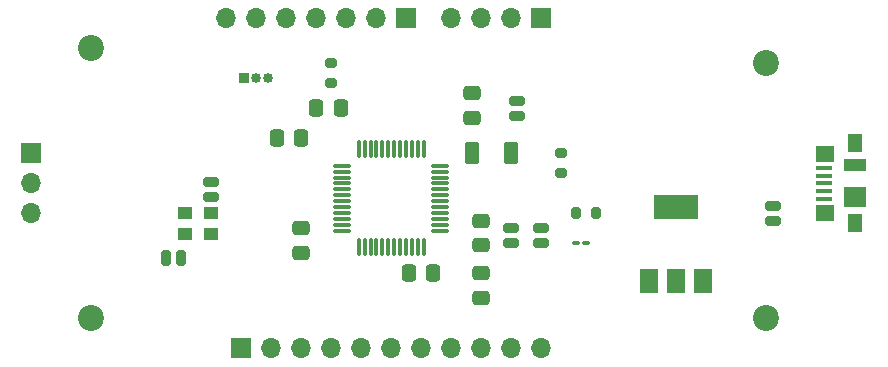
<source format=gbr>
%TF.GenerationSoftware,KiCad,Pcbnew,7.0.8*%
%TF.CreationDate,2025-03-19T21:09:53+05:30*%
%TF.ProjectId,stm32_pcb_design,73746d33-325f-4706-9362-5f6465736967,rev?*%
%TF.SameCoordinates,Original*%
%TF.FileFunction,Soldermask,Top*%
%TF.FilePolarity,Negative*%
%FSLAX46Y46*%
G04 Gerber Fmt 4.6, Leading zero omitted, Abs format (unit mm)*
G04 Created by KiCad (PCBNEW 7.0.8) date 2025-03-19 21:09:53*
%MOMM*%
%LPD*%
G01*
G04 APERTURE LIST*
G04 Aperture macros list*
%AMRoundRect*
0 Rectangle with rounded corners*
0 $1 Rounding radius*
0 $2 $3 $4 $5 $6 $7 $8 $9 X,Y pos of 4 corners*
0 Add a 4 corners polygon primitive as box body*
4,1,4,$2,$3,$4,$5,$6,$7,$8,$9,$2,$3,0*
0 Add four circle primitives for the rounded corners*
1,1,$1+$1,$2,$3*
1,1,$1+$1,$4,$5*
1,1,$1+$1,$6,$7*
1,1,$1+$1,$8,$9*
0 Add four rect primitives between the rounded corners*
20,1,$1+$1,$2,$3,$4,$5,0*
20,1,$1+$1,$4,$5,$6,$7,0*
20,1,$1+$1,$6,$7,$8,$9,0*
20,1,$1+$1,$8,$9,$2,$3,0*%
G04 Aperture macros list end*
%ADD10R,1.700000X1.700000*%
%ADD11O,1.700000X1.700000*%
%ADD12C,2.200000*%
%ADD13RoundRect,0.208750X0.431250X-0.208750X0.431250X0.208750X-0.431250X0.208750X-0.431250X-0.208750X0*%
%ADD14RoundRect,0.075000X-0.662500X-0.075000X0.662500X-0.075000X0.662500X0.075000X-0.662500X0.075000X0*%
%ADD15RoundRect,0.075000X-0.075000X-0.662500X0.075000X-0.662500X0.075000X0.662500X-0.075000X0.662500X0*%
%ADD16RoundRect,0.250000X-0.362500X-0.700000X0.362500X-0.700000X0.362500X0.700000X-0.362500X0.700000X0*%
%ADD17RoundRect,0.250000X-0.475000X0.337500X-0.475000X-0.337500X0.475000X-0.337500X0.475000X0.337500X0*%
%ADD18RoundRect,0.208750X0.208750X0.431250X-0.208750X0.431250X-0.208750X-0.431250X0.208750X-0.431250X0*%
%ADD19RoundRect,0.250000X0.337500X0.475000X-0.337500X0.475000X-0.337500X-0.475000X0.337500X-0.475000X0*%
%ADD20RoundRect,0.200000X0.200000X0.275000X-0.200000X0.275000X-0.200000X-0.275000X0.200000X-0.275000X0*%
%ADD21RoundRect,0.200000X-0.275000X0.200000X-0.275000X-0.200000X0.275000X-0.200000X0.275000X0.200000X0*%
%ADD22RoundRect,0.250000X0.475000X-0.337500X0.475000X0.337500X-0.475000X0.337500X-0.475000X-0.337500X0*%
%ADD23R,1.380000X0.450000*%
%ADD24R,1.300000X1.650000*%
%ADD25R,1.550000X1.425000*%
%ADD26R,1.900000X1.800000*%
%ADD27R,1.900000X1.000000*%
%ADD28RoundRect,0.208750X-0.431250X0.208750X-0.431250X-0.208750X0.431250X-0.208750X0.431250X0.208750X0*%
%ADD29R,1.300000X1.000000*%
%ADD30RoundRect,0.250000X-0.337500X-0.475000X0.337500X-0.475000X0.337500X0.475000X-0.337500X0.475000X0*%
%ADD31R,1.500000X2.000000*%
%ADD32R,3.800000X2.000000*%
%ADD33RoundRect,0.100000X0.217500X0.100000X-0.217500X0.100000X-0.217500X-0.100000X0.217500X-0.100000X0*%
%ADD34R,0.850000X0.850000*%
%ADD35O,0.850000X0.850000*%
G04 APERTURE END LIST*
D10*
%TO.C,PORTC*%
X111760000Y-93995000D03*
D11*
X111760000Y-96535000D03*
X111760000Y-99075000D03*
%TD*%
D10*
%TO.C,PORTA*%
X129540000Y-110490000D03*
D11*
X132080000Y-110490000D03*
X134620000Y-110490000D03*
X137160000Y-110490000D03*
X139700000Y-110490000D03*
X142240000Y-110490000D03*
X144780000Y-110490000D03*
X147320000Y-110490000D03*
X149860000Y-110490000D03*
X152400000Y-110490000D03*
X154940000Y-110490000D03*
%TD*%
D12*
%TO.C,H4*%
X116840000Y-107950000D03*
%TD*%
%TO.C,H3*%
X116840000Y-85090000D03*
%TD*%
%TO.C,H2*%
X173990000Y-107950000D03*
%TD*%
%TO.C,H1*%
X173990000Y-86360000D03*
%TD*%
D13*
%TO.C,C7*%
X152885000Y-90797500D03*
X152885000Y-89542500D03*
%TD*%
D14*
%TO.C,U1*%
X138077500Y-95040000D03*
X138077500Y-95540000D03*
X138077500Y-96040000D03*
X138077500Y-96540000D03*
X138077500Y-97040000D03*
X138077500Y-97540000D03*
X138077500Y-98040000D03*
X138077500Y-98540000D03*
X138077500Y-99040000D03*
X138077500Y-99540000D03*
X138077500Y-100040000D03*
X138077500Y-100540000D03*
D15*
X139490000Y-101952500D03*
X139990000Y-101952500D03*
X140490000Y-101952500D03*
X140990000Y-101952500D03*
X141490000Y-101952500D03*
X141990000Y-101952500D03*
X142490000Y-101952500D03*
X142990000Y-101952500D03*
X143490000Y-101952500D03*
X143990000Y-101952500D03*
X144490000Y-101952500D03*
X144990000Y-101952500D03*
D14*
X146402500Y-100540000D03*
X146402500Y-100040000D03*
X146402500Y-99540000D03*
X146402500Y-99040000D03*
X146402500Y-98540000D03*
X146402500Y-98040000D03*
X146402500Y-97540000D03*
X146402500Y-97040000D03*
X146402500Y-96540000D03*
X146402500Y-96040000D03*
X146402500Y-95540000D03*
X146402500Y-95040000D03*
D15*
X144990000Y-93627500D03*
X144490000Y-93627500D03*
X143990000Y-93627500D03*
X143490000Y-93627500D03*
X142990000Y-93627500D03*
X142490000Y-93627500D03*
X141990000Y-93627500D03*
X141490000Y-93627500D03*
X140990000Y-93627500D03*
X140490000Y-93627500D03*
X139990000Y-93627500D03*
X139490000Y-93627500D03*
%TD*%
D16*
%TO.C,FB1*%
X149075000Y-93980000D03*
X152400000Y-93980000D03*
%TD*%
D17*
%TO.C,C5*%
X149860000Y-104140000D03*
X149860000Y-106215000D03*
%TD*%
D18*
%TO.C,C10*%
X124460000Y-102870000D03*
X123205000Y-102870000D03*
%TD*%
D17*
%TO.C,C9*%
X134620000Y-100330000D03*
X134620000Y-102405000D03*
%TD*%
D19*
%TO.C,C3*%
X134620000Y-92710000D03*
X132545000Y-92710000D03*
%TD*%
D20*
%TO.C,R3*%
X159575000Y-99060000D03*
X157925000Y-99060000D03*
%TD*%
D21*
%TO.C,R1*%
X137160000Y-86360000D03*
X137160000Y-88010000D03*
%TD*%
D19*
%TO.C,C2*%
X145817500Y-104140000D03*
X143742500Y-104140000D03*
%TD*%
D13*
%TO.C,C11*%
X127000000Y-96422500D03*
X127000000Y-97677500D03*
%TD*%
%TO.C,C8*%
X152400000Y-101600000D03*
X152400000Y-100345000D03*
%TD*%
%TO.C,C13*%
X154940000Y-101585000D03*
X154940000Y-100330000D03*
%TD*%
D22*
%TO.C,C1*%
X149860000Y-101777500D03*
X149860000Y-99702500D03*
%TD*%
D10*
%TO.C,SWD*%
X154930000Y-82550000D03*
D11*
X152390000Y-82550000D03*
X149850000Y-82550000D03*
X147310000Y-82550000D03*
%TD*%
D22*
%TO.C,C6*%
X149075000Y-90975000D03*
X149075000Y-88900000D03*
%TD*%
D23*
%TO.C,J1*%
X178880000Y-97820000D03*
X178880000Y-97170000D03*
X178880000Y-96520000D03*
X178880000Y-95870000D03*
X178880000Y-95220000D03*
D24*
X181540000Y-99895000D03*
D25*
X178965000Y-99007500D03*
D26*
X181540000Y-97670000D03*
D27*
X181540000Y-94970000D03*
D25*
X178965000Y-94032500D03*
D24*
X181540000Y-93145000D03*
%TD*%
D28*
%TO.C,C12*%
X174562500Y-98485000D03*
X174562500Y-99740000D03*
%TD*%
D10*
%TO.C,PORTB*%
X143510000Y-82550000D03*
D11*
X140970000Y-82550000D03*
X138430000Y-82550000D03*
X135890000Y-82550000D03*
X133350000Y-82550000D03*
X130810000Y-82550000D03*
X128270000Y-82550000D03*
%TD*%
D21*
%TO.C,R2*%
X156655000Y-93980000D03*
X156655000Y-95630000D03*
%TD*%
D29*
%TO.C,Y1*%
X124800000Y-99060000D03*
X127000000Y-99060000D03*
X127000000Y-100860000D03*
X124800000Y-100860000D03*
%TD*%
D30*
%TO.C,C4*%
X135890000Y-90170000D03*
X137965000Y-90170000D03*
%TD*%
D31*
%TO.C,U2*%
X164070000Y-104802500D03*
X166370000Y-104802500D03*
D32*
X166370000Y-98502500D03*
D31*
X168670000Y-104802500D03*
%TD*%
D33*
%TO.C,D1*%
X158725000Y-101600000D03*
X157910000Y-101600000D03*
%TD*%
D34*
%TO.C,SW1*%
X129810000Y-87630000D03*
D35*
X130810000Y-87630000D03*
X131810000Y-87630000D03*
%TD*%
M02*

</source>
